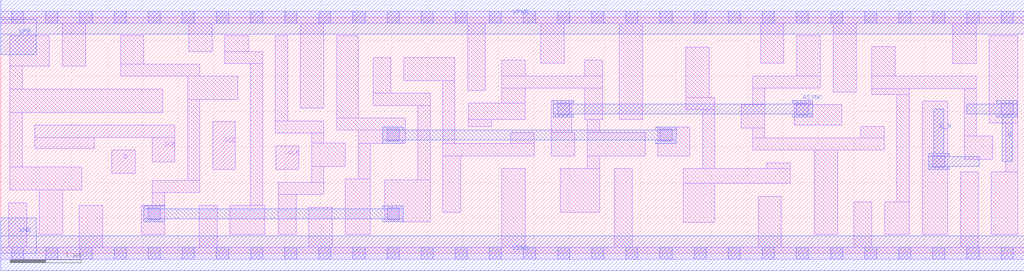
<source format=lef>
# Copyright 2020 The SkyWater PDK Authors
#
# Licensed under the Apache License, Version 2.0 (the "License");
# you may not use this file except in compliance with the License.
# You may obtain a copy of the License at
#
#     https://www.apache.org/licenses/LICENSE-2.0
#
# Unless required by applicable law or agreed to in writing, software
# distributed under the License is distributed on an "AS IS" BASIS,
# WITHOUT WARRANTIES OR CONDITIONS OF ANY KIND, either express or implied.
# See the License for the specific language governing permissions and
# limitations under the License.
#
# SPDX-License-Identifier: Apache-2.0

VERSION 5.5 ;
NAMESCASESENSITIVE ON ;
BUSBITCHARS "[]" ;
DIVIDERCHAR "/" ;
MACRO sky130_fd_sc_lp__sregsbp_1
  CLASS CORE ;
  SOURCE USER ;
  ORIGIN  0.000000  0.000000 ;
  SIZE  14.40000 BY  3.330000 ;
  SYMMETRY X Y R90 ;
  SITE unit ;
  PIN ASYNC
    ANTENNADIFFAREA  2.708750 ;
    ANTENNAPARTIALMETALSIDEAREA  2.541000 ;
    DIRECTION INPUT ;
    USE SIGNAL ;
    PORT
      LAYER met1 ;
        RECT  7.775000 1.920000  8.065000 1.965000 ;
        RECT  7.775000 1.965000 11.425000 2.105000 ;
        RECT  7.775000 2.105000  8.065000 2.150000 ;
        RECT 11.135000 1.920000 11.425000 1.965000 ;
        RECT 11.135000 2.105000 11.425000 2.150000 ;
    END
  END ASYNC
  PIN D
    ANTENNAGATEAREA  0.126000 ;
    DIRECTION INPUT ;
    USE SIGNAL ;
    PORT
      LAYER li1 ;
        RECT 1.560000 1.125000 1.890000 1.455000 ;
    END
  END D
  PIN Q
    ANTENNADIFFAREA  0.598500 ;
    ANTENNAPARTIALMETALSIDEAREA  0.878500 ;
    DIRECTION OUTPUT ;
    USE SIGNAL ;
    PORT
      LAYER met1 ;
        RECT 13.595000 1.965000 14.305000 2.105000 ;
        RECT 14.015000 1.920000 14.305000 1.965000 ;
        RECT 14.015000 2.105000 14.305000 2.150000 ;
        RECT 14.090000 1.295000 14.230000 1.920000 ;
    END
  END Q
  PIN Q_N
    ANTENNADIFFAREA  0.598500 ;
    ANTENNAPARTIALMETALSIDEAREA  0.878500 ;
    DIRECTION OUTPUT ;
    USE SIGNAL ;
    PORT
      LAYER met1 ;
        RECT 13.055000 1.180000 13.345000 1.225000 ;
        RECT 13.055000 1.225000 13.765000 1.365000 ;
        RECT 13.055000 1.365000 13.345000 1.410000 ;
        RECT 13.130000 1.410000 13.270000 2.035000 ;
    END
  END Q_N
  PIN SCD
    ANTENNAGATEAREA  0.126000 ;
    DIRECTION INPUT ;
    USE SIGNAL ;
    PORT
      LAYER li1 ;
        RECT 2.980000 1.180000 3.300000 1.855000 ;
    END
  END SCD
  PIN SCE
    ANTENNAGATEAREA  0.252000 ;
    DIRECTION INPUT ;
    USE SIGNAL ;
    PORT
      LAYER li1 ;
        RECT 0.480000 1.475000 1.315000 1.635000 ;
        RECT 0.480000 1.635000 2.450000 1.805000 ;
        RECT 2.130000 1.285000 2.450000 1.635000 ;
    END
  END SCE
  PIN CLK
    ANTENNAGATEAREA  0.315000 ;
    DIRECTION INPUT ;
    USE CLOCK ;
    PORT
      LAYER li1 ;
        RECT 3.870000 1.180000 4.195000 1.515000 ;
    END
  END CLK
  PIN VGND
    DIRECTION INOUT ;
    USE GROUND ;
    PORT
      LAYER met1 ;
        RECT 0.000000 -0.245000 14.400000 0.245000 ;
    END
  END VGND
  PIN VNB
    DIRECTION INOUT ;
    USE GROUND ;
    PORT
      LAYER met1 ;
        RECT 0.000000 0.000000 0.500000 0.500000 ;
    END
  END VNB
  PIN VPB
    DIRECTION INOUT ;
    USE POWER ;
    PORT
      LAYER met1 ;
        RECT 0.000000 2.800000 0.500000 3.300000 ;
    END
  END VPB
  PIN VPWR
    DIRECTION INOUT ;
    USE POWER ;
    PORT
      LAYER met1 ;
        RECT 0.000000 3.085000 14.400000 3.575000 ;
    END
  END VPWR
  OBS
    LAYER li1 ;
      RECT  0.000000 -0.085000 14.400000 0.085000 ;
      RECT  0.000000  3.245000 14.400000 3.415000 ;
      RECT  0.115000  0.085000  0.365000 0.710000 ;
      RECT  0.130000  0.890000  1.140000 1.220000 ;
      RECT  0.130000  1.220000  0.300000 1.985000 ;
      RECT  0.130000  1.985000  2.280000 2.315000 ;
      RECT  0.130000  2.315000  0.300000 2.635000 ;
      RECT  0.130000  2.635000  0.685000 3.065000 ;
      RECT  0.545000  0.265000  0.875000 0.890000 ;
      RECT  0.865000  2.635000  1.195000 3.245000 ;
      RECT  1.105000  0.085000  1.435000 0.675000 ;
      RECT  1.685000  2.495000  2.800000 2.665000 ;
      RECT  1.685000  2.665000  2.015000 3.065000 ;
      RECT  1.975000  0.265000  2.305000 0.675000 ;
      RECT  2.135000  0.675000  2.305000 0.855000 ;
      RECT  2.135000  0.855000  2.800000 1.025000 ;
      RECT  2.630000  1.025000  2.800000 2.165000 ;
      RECT  2.630000  2.165000  3.335000 2.495000 ;
      RECT  2.645000  2.845000  2.975000 3.245000 ;
      RECT  2.795000  0.085000  3.045000 0.675000 ;
      RECT  3.155000  2.675000  3.685000 2.845000 ;
      RECT  3.155000  2.845000  3.485000 3.065000 ;
      RECT  3.225000  0.265000  3.715000 0.675000 ;
      RECT  3.515000  0.675000  3.685000 2.675000 ;
      RECT  3.865000  1.695000  4.545000 1.865000 ;
      RECT  3.865000  1.865000  4.035000 3.065000 ;
      RECT  3.905000  0.265000  4.155000 0.830000 ;
      RECT  3.905000  0.830000  4.545000 1.000000 ;
      RECT  4.215000  2.045000  4.545000 3.245000 ;
      RECT  4.335000  0.085000  4.665000 0.650000 ;
      RECT  4.375000  1.000000  4.545000 1.225000 ;
      RECT  4.375000  1.225000  4.850000 1.555000 ;
      RECT  4.375000  1.555000  4.545000 1.695000 ;
      RECT  4.725000  1.735000  5.690000 1.905000 ;
      RECT  4.725000  1.905000  5.030000 3.065000 ;
      RECT  4.845000  0.265000  5.200000 1.045000 ;
      RECT  5.030000  1.045000  5.200000 1.550000 ;
      RECT  5.030000  1.550000  5.690000 1.735000 ;
      RECT  5.240000  2.085000  6.040000 2.255000 ;
      RECT  5.240000  2.255000  5.490000 2.755000 ;
      RECT  5.405000  0.440000  6.040000 1.035000 ;
      RECT  5.670000  2.435000  6.390000 2.755000 ;
      RECT  5.870000  1.035000  6.040000 2.085000 ;
      RECT  6.220000  0.575000  6.470000 1.375000 ;
      RECT  6.220000  1.375000  7.505000 1.545000 ;
      RECT  6.220000  1.545000  6.390000 2.435000 ;
      RECT  6.570000  2.295000  6.820000 3.245000 ;
      RECT  6.580000  1.785000  6.910000 1.885000 ;
      RECT  6.580000  1.885000  7.380000 2.115000 ;
      RECT  7.050000  0.085000  7.380000 1.195000 ;
      RECT  7.050000  2.115000  7.380000 2.330000 ;
      RECT  7.050000  2.330000  8.470000 2.500000 ;
      RECT  7.050000  2.500000  7.380000 2.725000 ;
      RECT  7.175000  1.545000  7.505000 1.705000 ;
      RECT  7.595000  2.680000  7.925000 3.245000 ;
      RECT  7.745000  1.375000  8.075000 1.705000 ;
      RECT  7.745000  1.705000  8.035000 2.150000 ;
      RECT  7.870000  0.575000  8.425000 1.195000 ;
      RECT  8.220000  1.885000  8.470000 2.330000 ;
      RECT  8.220000  2.500000  8.470000 2.725000 ;
      RECT  8.255000  1.195000  8.425000 1.375000 ;
      RECT  8.255000  1.375000  9.065000 1.705000 ;
      RECT  8.255000  1.705000  8.425000 1.885000 ;
      RECT  8.635000  0.085000  8.885000 1.195000 ;
      RECT  8.700000  1.885000  9.030000 3.245000 ;
      RECT  9.245000  1.375000  9.695000 1.780000 ;
      RECT  9.605000  0.435000 10.045000 0.985000 ;
      RECT  9.605000  0.985000 11.110000 1.195000 ;
      RECT  9.640000  2.025000 10.045000 2.195000 ;
      RECT  9.640000  2.195000  9.970000 2.905000 ;
      RECT  9.875000  1.195000 10.045000 2.025000 ;
      RECT 10.420000  1.765000 10.750000 2.095000 ;
      RECT 10.580000  1.455000 12.430000 1.625000 ;
      RECT 10.580000  1.625000 10.750000 1.765000 ;
      RECT 10.580000  2.095000 10.750000 2.330000 ;
      RECT 10.580000  2.330000 11.530000 2.500000 ;
      RECT 10.655000  0.085000 10.985000 0.805000 ;
      RECT 10.690000  2.680000 11.020000 3.245000 ;
      RECT 10.780000  1.195000 11.110000 1.275000 ;
      RECT 11.165000  1.805000 11.835000 2.095000 ;
      RECT 11.165000  2.095000 11.395000 2.150000 ;
      RECT 11.200000  2.500000 11.530000 3.065000 ;
      RECT 11.445000  0.265000 11.775000 1.455000 ;
      RECT 11.710000  2.275000 12.040000 3.245000 ;
      RECT 12.005000  0.085000 12.255000 0.725000 ;
      RECT 12.100000  1.625000 12.430000 1.785000 ;
      RECT 12.255000  2.235000 12.780000 2.325000 ;
      RECT 12.255000  2.325000 13.725000 2.495000 ;
      RECT 12.255000  2.495000 12.585000 2.915000 ;
      RECT 12.435000  0.265000 12.780000 0.725000 ;
      RECT 12.610000  0.725000 12.780000 2.235000 ;
      RECT 12.965000  0.265000 13.325000 2.145000 ;
      RECT 13.395000  2.675000 13.725000 3.245000 ;
      RECT 13.505000  0.085000 13.755000 1.145000 ;
      RECT 13.555000  1.325000 13.960000 1.655000 ;
      RECT 13.555000  1.655000 13.725000 2.325000 ;
      RECT 13.905000  1.835000 14.310000 3.065000 ;
      RECT 13.935000  0.265000 14.310000 1.145000 ;
      RECT 14.140000  1.145000 14.310000 1.835000 ;
    LAYER mcon ;
      RECT  0.155000 -0.085000  0.325000 0.085000 ;
      RECT  0.155000  3.245000  0.325000 3.415000 ;
      RECT  0.635000 -0.085000  0.805000 0.085000 ;
      RECT  0.635000  3.245000  0.805000 3.415000 ;
      RECT  1.115000 -0.085000  1.285000 0.085000 ;
      RECT  1.115000  3.245000  1.285000 3.415000 ;
      RECT  1.595000 -0.085000  1.765000 0.085000 ;
      RECT  1.595000  3.245000  1.765000 3.415000 ;
      RECT  2.075000 -0.085000  2.245000 0.085000 ;
      RECT  2.075000  0.470000  2.245000 0.640000 ;
      RECT  2.075000  3.245000  2.245000 3.415000 ;
      RECT  2.555000 -0.085000  2.725000 0.085000 ;
      RECT  2.555000  3.245000  2.725000 3.415000 ;
      RECT  3.035000 -0.085000  3.205000 0.085000 ;
      RECT  3.035000  3.245000  3.205000 3.415000 ;
      RECT  3.515000 -0.085000  3.685000 0.085000 ;
      RECT  3.515000  3.245000  3.685000 3.415000 ;
      RECT  3.995000 -0.085000  4.165000 0.085000 ;
      RECT  3.995000  3.245000  4.165000 3.415000 ;
      RECT  4.475000 -0.085000  4.645000 0.085000 ;
      RECT  4.475000  3.245000  4.645000 3.415000 ;
      RECT  4.955000 -0.085000  5.125000 0.085000 ;
      RECT  4.955000  3.245000  5.125000 3.415000 ;
      RECT  5.435000 -0.085000  5.605000 0.085000 ;
      RECT  5.435000  0.470000  5.605000 0.640000 ;
      RECT  5.435000  1.580000  5.605000 1.750000 ;
      RECT  5.435000  3.245000  5.605000 3.415000 ;
      RECT  5.915000 -0.085000  6.085000 0.085000 ;
      RECT  5.915000  3.245000  6.085000 3.415000 ;
      RECT  6.395000 -0.085000  6.565000 0.085000 ;
      RECT  6.395000  3.245000  6.565000 3.415000 ;
      RECT  6.875000 -0.085000  7.045000 0.085000 ;
      RECT  6.875000  3.245000  7.045000 3.415000 ;
      RECT  7.355000 -0.085000  7.525000 0.085000 ;
      RECT  7.355000  3.245000  7.525000 3.415000 ;
      RECT  7.835000 -0.085000  8.005000 0.085000 ;
      RECT  7.835000  1.950000  8.005000 2.120000 ;
      RECT  7.835000  3.245000  8.005000 3.415000 ;
      RECT  8.315000 -0.085000  8.485000 0.085000 ;
      RECT  8.315000  3.245000  8.485000 3.415000 ;
      RECT  8.795000 -0.085000  8.965000 0.085000 ;
      RECT  8.795000  3.245000  8.965000 3.415000 ;
      RECT  9.275000 -0.085000  9.445000 0.085000 ;
      RECT  9.275000  1.580000  9.445000 1.750000 ;
      RECT  9.275000  3.245000  9.445000 3.415000 ;
      RECT  9.755000 -0.085000  9.925000 0.085000 ;
      RECT  9.755000  3.245000  9.925000 3.415000 ;
      RECT 10.235000 -0.085000 10.405000 0.085000 ;
      RECT 10.235000  3.245000 10.405000 3.415000 ;
      RECT 10.715000 -0.085000 10.885000 0.085000 ;
      RECT 10.715000  3.245000 10.885000 3.415000 ;
      RECT 11.195000 -0.085000 11.365000 0.085000 ;
      RECT 11.195000  1.950000 11.365000 2.120000 ;
      RECT 11.195000  3.245000 11.365000 3.415000 ;
      RECT 11.675000 -0.085000 11.845000 0.085000 ;
      RECT 11.675000  3.245000 11.845000 3.415000 ;
      RECT 12.155000 -0.085000 12.325000 0.085000 ;
      RECT 12.155000  3.245000 12.325000 3.415000 ;
      RECT 12.635000 -0.085000 12.805000 0.085000 ;
      RECT 12.635000  3.245000 12.805000 3.415000 ;
      RECT 13.115000 -0.085000 13.285000 0.085000 ;
      RECT 13.115000  1.210000 13.285000 1.380000 ;
      RECT 13.115000  3.245000 13.285000 3.415000 ;
      RECT 13.595000 -0.085000 13.765000 0.085000 ;
      RECT 13.595000  3.245000 13.765000 3.415000 ;
      RECT 14.075000 -0.085000 14.245000 0.085000 ;
      RECT 14.075000  1.950000 14.245000 2.120000 ;
      RECT 14.075000  3.245000 14.245000 3.415000 ;
    LAYER met1 ;
      RECT 2.015000 0.440000 2.305000 0.485000 ;
      RECT 2.015000 0.485000 5.665000 0.625000 ;
      RECT 2.015000 0.625000 2.305000 0.670000 ;
      RECT 5.375000 0.440000 5.665000 0.485000 ;
      RECT 5.375000 0.625000 5.665000 0.670000 ;
      RECT 5.375000 1.550000 5.665000 1.595000 ;
      RECT 5.375000 1.595000 9.505000 1.735000 ;
      RECT 5.375000 1.735000 5.665000 1.780000 ;
      RECT 9.215000 1.550000 9.505000 1.595000 ;
      RECT 9.215000 1.735000 9.505000 1.780000 ;
  END
END sky130_fd_sc_lp__sregsbp_1

</source>
